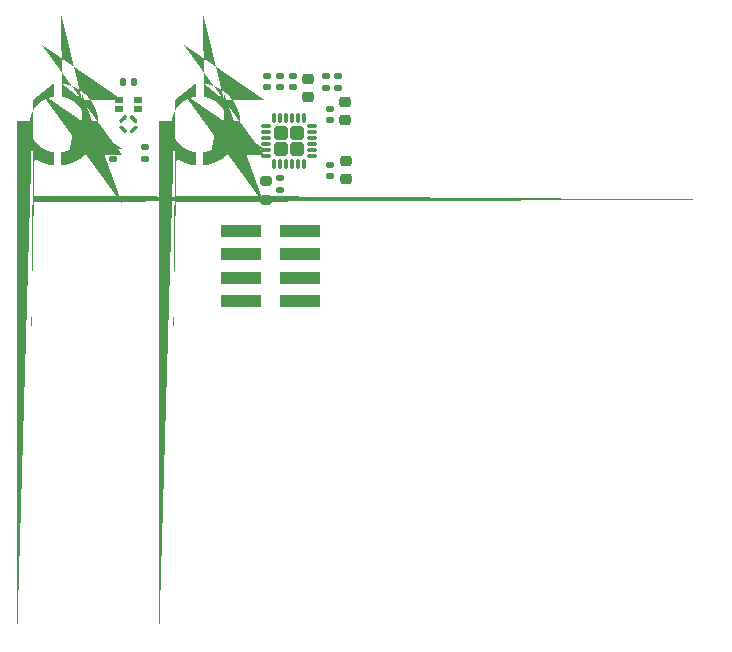
<source format=gbr>
%TF.GenerationSoftware,KiCad,Pcbnew,6.99.0-1.20221101gitf80c150.fc36*%
%TF.CreationDate,2022-11-28T17:43:37+00:00*%
%TF.ProjectId,bugg-mic-r4,62756767-2d6d-4696-932d-72342e6b6963,rev?*%
%TF.SameCoordinates,Original*%
%TF.FileFunction,Paste,Top*%
%TF.FilePolarity,Positive*%
%FSLAX46Y46*%
G04 Gerber Fmt 4.6, Leading zero omitted, Abs format (unit mm)*
G04 Created by KiCad (PCBNEW 6.99.0-1.20221101gitf80c150.fc36) date 2022-11-28 17:43:37*
%MOMM*%
%LPD*%
G01*
G04 APERTURE LIST*
G04 Aperture macros list*
%AMRoundRect*
0 Rectangle with rounded corners*
0 $1 Rounding radius*
0 $2 $3 $4 $5 $6 $7 $8 $9 X,Y pos of 4 corners*
0 Add a 4 corners polygon primitive as box body*
4,1,4,$2,$3,$4,$5,$6,$7,$8,$9,$2,$3,0*
0 Add four circle primitives for the rounded corners*
1,1,$1+$1,$2,$3*
1,1,$1+$1,$4,$5*
1,1,$1+$1,$6,$7*
1,1,$1+$1,$8,$9*
0 Add four rect primitives between the rounded corners*
20,1,$1+$1,$2,$3,$4,$5,0*
20,1,$1+$1,$4,$5,$6,$7,0*
20,1,$1+$1,$6,$7,$8,$9,0*
20,1,$1+$1,$8,$9,$2,$3,0*%
%AMFreePoly0*
4,1,70,1.720620,1.379146,1.738583,1.379146,1.743575,1.375519,1.745891,1.375153,1.761820,1.362263,1.788583,1.342819,1.802485,1.300031,1.804698,1.294273,1.804586,1.293565,1.807681,1.284040,1.807681,0.377294,1.800693,0.355786,1.798809,0.339940,1.793034,0.332215,1.788583,0.318515,1.775910,0.309308,1.767816,0.298480,1.751189,0.291346,1.738583,0.282188,1.729841,0.282188,
1.720245,0.278071,1.583713,0.258318,1.317097,0.187321,1.060568,0.085742,0.817623,-0.045033,0.591568,-0.203224,0.385485,-0.386676,0.202180,-0.592889,0.044150,-0.819056,-0.086452,-1.062095,-0.187847,-1.318696,-0.258655,-1.585362,-0.278311,-1.721909,-0.282188,-1.730964,-0.282188,-1.738583,-0.290133,-1.749518,-0.298686,-1.769494,-0.311754,-1.779277,-0.318515,-1.788583,-0.328532,-1.791838,
-0.340124,-1.800516,-0.364050,-1.803378,-0.377294,-1.807681,-1.284040,-1.807681,-1.288584,-1.806205,-1.294457,-1.807137,-1.342789,-1.788604,-1.342801,-1.788589,-1.342819,-1.788583,-1.342931,-1.788428,-1.375380,-1.748388,-1.376319,-1.742474,-1.379146,-1.738583,-1.379146,-1.724665,-1.383495,-1.697264,-1.332248,-1.364875,-1.248971,-1.039031,-1.134453,-0.722811,-0.989776,-0.419204,-0.816305,-0.131077,
-0.615681,0.138847,-0.389798,0.388019,-0.140792,0.614082,0.128986,0.814903,0.416987,0.988583,0.720489,1.133482,1.036626,1.248229,1.362409,1.331743,1.694761,1.383232,1.720620,1.379146,1.720620,1.379146,$1*%
%AMFreePoly1*
4,1,70,-0.355786,1.800693,-0.339940,1.798809,-0.332215,1.793034,-0.318515,1.788583,-0.309308,1.775910,-0.298480,1.767816,-0.291346,1.751189,-0.282188,1.738583,-0.282188,1.729841,-0.278071,1.720245,-0.258318,1.583713,-0.187321,1.317097,-0.085742,1.060568,0.045033,0.817623,0.203224,0.591568,0.386676,0.385485,0.592889,0.202180,0.819056,0.044150,1.062095,-0.086452,1.318696,-0.187847,
1.585362,-0.258655,1.721909,-0.278311,1.730964,-0.282188,1.738583,-0.282188,1.749518,-0.290133,1.769494,-0.298686,1.779277,-0.311754,1.788583,-0.318515,1.791838,-0.328532,1.800516,-0.340124,1.803378,-0.364050,1.807681,-0.377294,1.807681,-1.284040,1.806205,-1.288584,1.807137,-1.294457,1.788604,-1.342789,1.788589,-1.342801,1.788583,-1.342819,1.788428,-1.342931,1.748388,-1.375380,
1.742474,-1.376319,1.738583,-1.379146,1.724665,-1.379146,1.697264,-1.383495,1.364875,-1.332247,1.039031,-1.248971,0.722812,-1.134453,0.419204,-0.989775,0.131077,-0.816305,-0.138847,-0.615680,-0.388018,-0.389798,-0.614082,-0.140791,-0.814902,0.128987,-0.988582,0.416988,-1.133481,0.720490,-1.248229,1.036626,-1.331742,1.362409,-1.383232,1.694761,-1.379146,1.720620,-1.379146,1.738583,
-1.375519,1.743576,-1.375153,1.745890,-1.362268,1.761814,-1.342819,1.788583,-1.300031,1.802485,-1.294273,1.804698,-1.293565,1.804586,-1.284040,1.807681,-0.377294,1.807681,-0.355786,1.800693,-0.355786,1.800693,$1*%
%AMFreePoly2*
4,1,71,-1.697264,1.383495,-1.364875,1.332247,-1.039031,1.248971,-0.722812,1.134453,-0.419205,0.989775,-0.131078,0.816304,0.138846,0.615680,0.388017,0.389797,0.614081,0.140791,0.814902,-0.128987,0.988582,-0.416988,1.133480,-0.720490,1.248228,-1.036626,1.331741,-1.362409,1.383232,-1.694761,1.379146,-1.720620,1.379146,-1.738583,1.375519,-1.743576,1.375153,-1.745890,1.362268,-1.761814,
1.342819,-1.788583,1.300031,-1.802485,1.294273,-1.804698,1.293565,-1.804586,1.284040,-1.807681,0.377294,-1.807681,0.355786,-1.800693,0.339940,-1.798809,0.332215,-1.793034,0.318515,-1.788583,0.309308,-1.775910,0.298480,-1.767816,0.291346,-1.751189,0.282188,-1.738583,0.282188,-1.729841,0.278071,-1.720245,0.258318,-1.583713,0.187320,-1.317097,0.085742,-1.060569,-0.045033,-0.817623,
-0.203224,-0.591569,-0.386676,-0.385485,-0.592890,-0.202180,-0.819056,-0.044150,-1.062095,0.086452,-1.318696,0.187847,-1.585363,0.258655,-1.721909,0.278311,-1.730964,0.282188,-1.738583,0.282188,-1.749518,0.290133,-1.769494,0.298686,-1.779277,0.311754,-1.788583,0.318515,-1.791838,0.328532,-1.800516,0.340124,-1.803378,0.364050,-1.807681,0.377294,-1.807681,1.284040,-1.806205,1.288584,
-1.807137,1.294457,-1.788604,1.342789,-1.788589,1.342801,-1.788583,1.342819,-1.788428,1.342931,-1.748388,1.375380,-1.742474,1.376319,-1.738583,1.379146,-1.724665,1.379146,-1.697264,1.383496,-1.697264,1.383495,-1.697264,1.383495,$1*%
%AMFreePoly3*
4,1,70,1.288584,1.806205,1.294457,1.807137,1.342789,1.788604,1.342801,1.788589,1.342819,1.788583,1.342931,1.788428,1.375380,1.748388,1.376319,1.742474,1.379146,1.738583,1.379146,1.724665,1.383495,1.697264,1.332247,1.364875,1.248971,1.039031,1.134453,0.722812,0.989775,0.419205,0.816304,0.131078,0.615680,-0.138846,0.389797,-0.388017,0.140791,-0.614081,-0.128987,-0.814902,
-0.416988,-0.988582,-0.720490,-1.133480,-1.036626,-1.248228,-1.362409,-1.331741,-1.694761,-1.383232,-1.720620,-1.379146,-1.738583,-1.379146,-1.743576,-1.375519,-1.745890,-1.375153,-1.761814,-1.362268,-1.788583,-1.342819,-1.802485,-1.300031,-1.804698,-1.294273,-1.804586,-1.293565,-1.807681,-1.284040,-1.807681,-0.377294,-1.800693,-0.355786,-1.798809,-0.339940,-1.793034,-0.332215,-1.788583,-0.318515,
-1.775910,-0.309308,-1.767816,-0.298480,-1.751189,-0.291346,-1.738583,-0.282188,-1.729841,-0.282188,-1.720245,-0.278071,-1.583713,-0.258318,-1.317097,-0.187320,-1.060569,-0.085742,-0.817623,0.045033,-0.591569,0.203224,-0.385485,0.386676,-0.202180,0.592890,-0.044150,0.819056,0.086452,1.062095,0.187847,1.318696,0.258655,1.585363,0.278311,1.721909,0.282188,1.730964,0.282188,1.738583,
0.290133,1.749518,0.298686,1.769494,0.311754,1.779277,0.318515,1.788583,0.328532,1.791838,0.340124,1.800516,0.364050,1.803378,0.377294,1.807681,1.284040,1.807681,1.288584,1.806205,1.288584,1.806205,$1*%
G04 Aperture macros list end*
%ADD10C,0.300000*%
%ADD11RoundRect,0.140000X-0.170000X0.140000X-0.170000X-0.140000X0.170000X-0.140000X0.170000X0.140000X0*%
%ADD12RoundRect,0.225000X-0.250000X0.225000X-0.250000X-0.225000X0.250000X-0.225000X0.250000X0.225000X0*%
%ADD13RoundRect,0.140000X0.170000X-0.140000X0.170000X0.140000X-0.170000X0.140000X-0.170000X-0.140000X0*%
%ADD14FreePoly0,0.000000*%
%ADD15FreePoly1,0.000000*%
%ADD16FreePoly2,0.000000*%
%ADD17FreePoly3,0.000000*%
%ADD18RoundRect,0.135000X-0.185000X0.135000X-0.185000X-0.135000X0.185000X-0.135000X0.185000X0.135000X0*%
%ADD19R,3.500000X1.000000*%
%ADD20RoundRect,0.250000X-0.325000X0.325000X-0.325000X-0.325000X0.325000X-0.325000X0.325000X0.325000X0*%
%ADD21RoundRect,0.075000X-0.075000X0.350000X-0.075000X-0.350000X0.075000X-0.350000X0.075000X0.350000X0*%
%ADD22RoundRect,0.075000X-0.350000X0.075000X-0.350000X-0.075000X0.350000X-0.075000X0.350000X0.075000X0*%
%ADD23R,0.725000X0.522000*%
%ADD24RoundRect,0.200000X-0.275000X0.200000X-0.275000X-0.200000X0.275000X-0.200000X0.275000X0.200000X0*%
%ADD25RoundRect,0.140000X0.140000X0.170000X-0.140000X0.170000X-0.140000X-0.170000X0.140000X-0.170000X0*%
G04 APERTURE END LIST*
D10*
%TO.C,MIC301*%
X-271239Y604010D02*
G75*
G03*
X-599999Y280000I271239J-604010D01*
G01*
X-604010Y-271239D02*
G75*
G03*
X-280000Y-599999I604010J271239D01*
G01*
X603799Y271710D02*
G75*
G03*
X280000Y599999I-603799J-271710D01*
G01*
X271239Y-604011D02*
G75*
G03*
X600000Y-280000I-271240J604012D01*
G01*
%TD*%
D11*
%TO.C,C303*%
X12800000Y4080000D03*
X12800000Y3120000D03*
%TD*%
%TO.C,C309*%
X17100000Y1305000D03*
X17100000Y345000D03*
%TD*%
D12*
%TO.C,C304*%
X15160000Y3835000D03*
X15160000Y2285000D03*
%TD*%
D11*
%TO.C,C311*%
X17050000Y-3420000D03*
X17050000Y-4380000D03*
%TD*%
D12*
%TO.C,C310*%
X18400000Y-3075000D03*
X18400000Y-4625000D03*
%TD*%
D13*
%TO.C,C312*%
X12850000Y-5530000D03*
X12850000Y-4570000D03*
%TD*%
D11*
%TO.C,C307*%
X16760000Y4065000D03*
X16760000Y3105000D03*
%TD*%
D14*
%TO.C,SP302*%
X3942319Y2057681D03*
D15*
X3942319Y-2057681D03*
D16*
X8057681Y2057681D03*
D17*
X8057681Y-2057681D03*
%TD*%
D18*
%TO.C,R302*%
X1400000Y-1890000D03*
X1400000Y-2910000D03*
%TD*%
D19*
%TO.C,J301*%
X9499999Y-8999999D03*
X14499999Y-8999999D03*
X9499999Y-10999999D03*
X14499999Y-10999999D03*
X9499999Y-12999999D03*
X14499999Y-12999999D03*
X9499999Y-14999999D03*
X14499999Y-14999999D03*
%TD*%
D18*
%TO.C,R301*%
X-1350000Y-1890000D03*
X-1350000Y-2910000D03*
%TD*%
D20*
%TO.C,U301*%
X14260000Y-740000D03*
X12940000Y-740000D03*
X14260000Y-2060000D03*
X12940000Y-2060000D03*
D21*
X14850000Y550000D03*
X14350000Y550000D03*
X13850000Y550000D03*
X13350000Y550000D03*
X12850000Y550000D03*
X12350000Y550000D03*
D22*
X11650000Y-150000D03*
X11650000Y-650000D03*
X11650000Y-1150000D03*
X11650000Y-1650000D03*
X11650000Y-2150000D03*
X11650000Y-2650000D03*
D21*
X12350000Y-3350000D03*
X12850000Y-3350000D03*
X13350000Y-3350000D03*
X13850000Y-3350000D03*
X14350000Y-3350000D03*
X14850000Y-3350000D03*
D22*
X15550000Y-2650000D03*
X15550000Y-2150000D03*
X15550000Y-1650000D03*
X15550000Y-1150000D03*
X15550000Y-650000D03*
X15550000Y-150000D03*
%TD*%
D14*
%TO.C,SP301*%
X-8057681Y2057681D03*
D15*
X-8057681Y-2057681D03*
D16*
X-3942319Y2057681D03*
D17*
X-3942319Y-2057681D03*
%TD*%
D11*
%TO.C,C306*%
X17700000Y4065000D03*
X17700000Y3105000D03*
%TD*%
%TO.C,C302*%
X11700000Y4080000D03*
X11700000Y3120000D03*
%TD*%
D23*
%TO.C,MIC301*%
X-837499Y2073999D03*
X-837499Y1251999D03*
X837499Y1251999D03*
X837499Y2073999D03*
%TD*%
D24*
%TO.C,R303*%
X11650000Y-4775000D03*
X11650000Y-6425000D03*
%TD*%
D12*
%TO.C,C308*%
X18300000Y1900000D03*
X18300000Y350000D03*
%TD*%
D11*
%TO.C,C305*%
X13925000Y4080000D03*
X13925000Y3120000D03*
%TD*%
D25*
%TO.C,C301*%
X480000Y3600000D03*
X-480000Y3600000D03*
%TD*%
M02*

</source>
